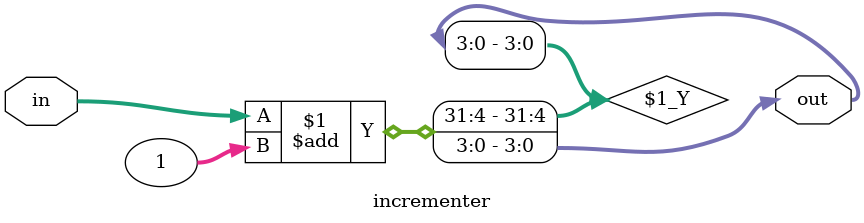
<source format=v>
module incrementer(input [3:0] in, output [3:0] out);
assign out = in + 1;
endmodule
</source>
